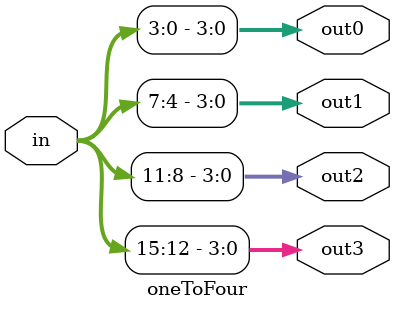
<source format=sv>
module oneToFour(in, out3, out2, out1, out0);
	input [15:0] in;
	output [3:0] out3, out2, out1, out0;

	assign out3 = in[15:12];
	assign out2 = in[11:8];
	assign out1 = in[7:4];
	assign out0 = in[3:0];
	
endmodule
</source>
